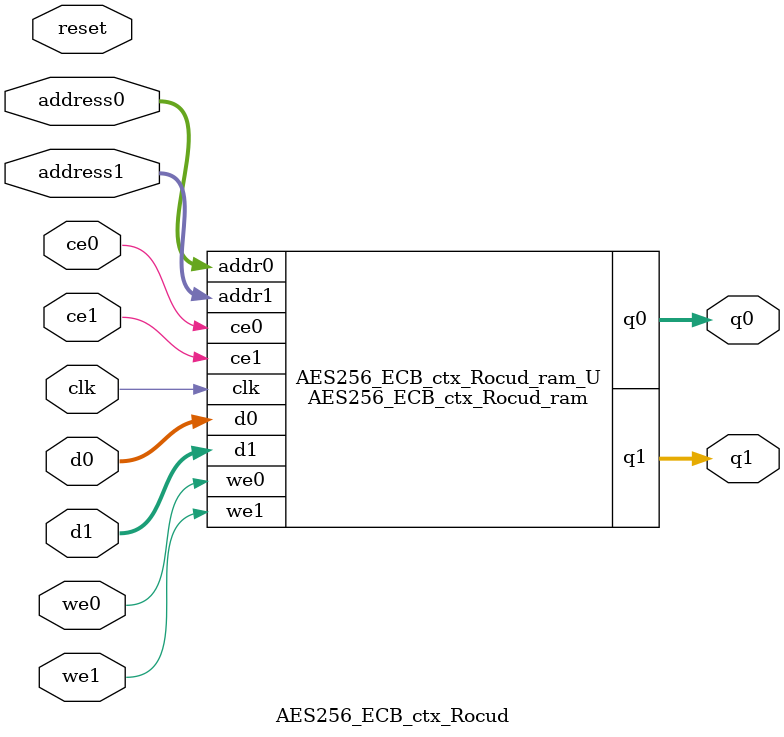
<source format=v>
`timescale 1 ns / 1 ps
module AES256_ECB_ctx_Rocud_ram (addr0, ce0, d0, we0, q0, addr1, ce1, d1, we1, q1,  clk);

parameter DWIDTH = 8;
parameter AWIDTH = 8;
parameter MEM_SIZE = 240;

input[AWIDTH-1:0] addr0;
input ce0;
input[DWIDTH-1:0] d0;
input we0;
output reg[DWIDTH-1:0] q0;
input[AWIDTH-1:0] addr1;
input ce1;
input[DWIDTH-1:0] d1;
input we1;
output reg[DWIDTH-1:0] q1;
input clk;

(* ram_style = "block" *)reg [DWIDTH-1:0] ram[0:MEM_SIZE-1];




always @(posedge clk)  
begin 
    if (ce0) begin
        if (we0) 
            ram[addr0] <= d0; 
        q0 <= ram[addr0];
    end
end


always @(posedge clk)  
begin 
    if (ce1) begin
        if (we1) 
            ram[addr1] <= d1; 
        q1 <= ram[addr1];
    end
end


endmodule

`timescale 1 ns / 1 ps
module AES256_ECB_ctx_Rocud(
    reset,
    clk,
    address0,
    ce0,
    we0,
    d0,
    q0,
    address1,
    ce1,
    we1,
    d1,
    q1);

parameter DataWidth = 32'd8;
parameter AddressRange = 32'd240;
parameter AddressWidth = 32'd8;
input reset;
input clk;
input[AddressWidth - 1:0] address0;
input ce0;
input we0;
input[DataWidth - 1:0] d0;
output[DataWidth - 1:0] q0;
input[AddressWidth - 1:0] address1;
input ce1;
input we1;
input[DataWidth - 1:0] d1;
output[DataWidth - 1:0] q1;



AES256_ECB_ctx_Rocud_ram AES256_ECB_ctx_Rocud_ram_U(
    .clk( clk ),
    .addr0( address0 ),
    .ce0( ce0 ),
    .we0( we0 ),
    .d0( d0 ),
    .q0( q0 ),
    .addr1( address1 ),
    .ce1( ce1 ),
    .we1( we1 ),
    .d1( d1 ),
    .q1( q1 ));

endmodule


</source>
